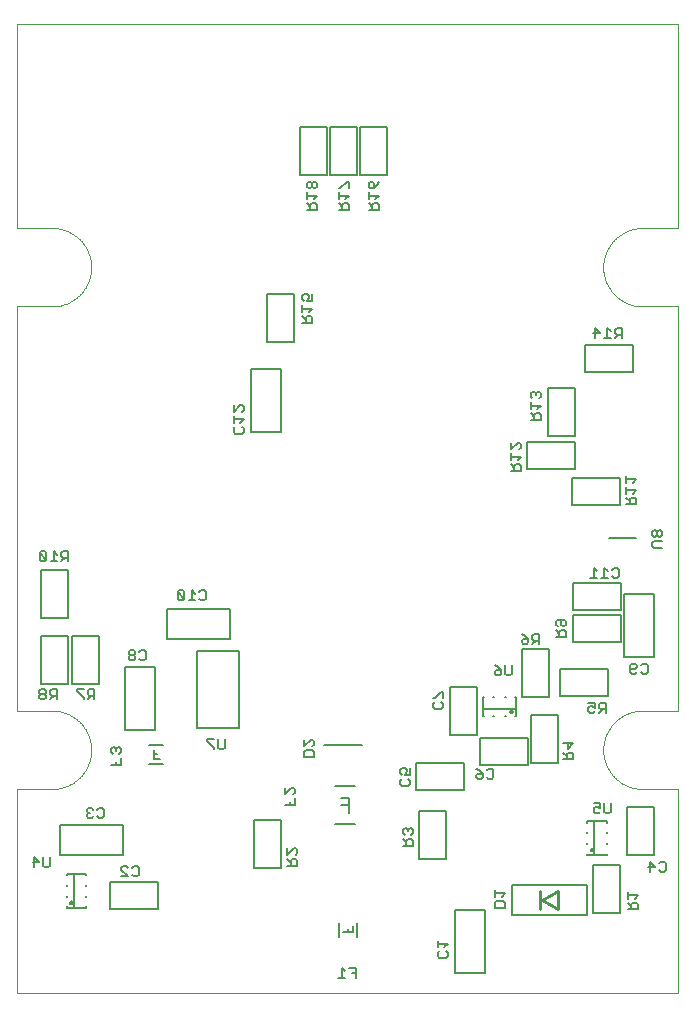
<source format=gbo>
G75*
%MOIN*%
%OFA0B0*%
%FSLAX25Y25*%
%IPPOS*%
%LPD*%
%AMOC8*
5,1,8,0,0,1.08239X$1,22.5*
%
%ADD10C,0.00000*%
%ADD11C,0.00591*%
%ADD12C,0.01000*%
%ADD13C,0.00600*%
%ADD14C,0.00800*%
%ADD15C,0.00500*%
%ADD16C,0.00787*%
D10*
X0001400Y0025558D02*
X0001400Y0093471D01*
X0013231Y0093471D01*
X0013549Y0093475D01*
X0013867Y0093487D01*
X0014185Y0093506D01*
X0014502Y0093533D01*
X0014819Y0093568D01*
X0015134Y0093610D01*
X0015448Y0093660D01*
X0015762Y0093718D01*
X0016073Y0093784D01*
X0016383Y0093857D01*
X0016691Y0093937D01*
X0016997Y0094025D01*
X0017300Y0094121D01*
X0017602Y0094223D01*
X0017900Y0094333D01*
X0018196Y0094451D01*
X0018489Y0094575D01*
X0018779Y0094707D01*
X0019066Y0094845D01*
X0019349Y0094991D01*
X0019628Y0095143D01*
X0019904Y0095303D01*
X0020176Y0095468D01*
X0020443Y0095641D01*
X0020706Y0095820D01*
X0020965Y0096005D01*
X0021220Y0096196D01*
X0021469Y0096394D01*
X0021714Y0096598D01*
X0021954Y0096807D01*
X0022188Y0097022D01*
X0022417Y0097243D01*
X0022641Y0097470D01*
X0022859Y0097702D01*
X0023071Y0097939D01*
X0023278Y0098181D01*
X0023479Y0098428D01*
X0023673Y0098680D01*
X0023862Y0098937D01*
X0024044Y0099198D01*
X0024219Y0099463D01*
X0024388Y0099733D01*
X0024551Y0100007D01*
X0024707Y0100284D01*
X0024856Y0100565D01*
X0024998Y0100850D01*
X0025133Y0101138D01*
X0025261Y0101430D01*
X0025382Y0101724D01*
X0025495Y0102022D01*
X0025602Y0102322D01*
X0025701Y0102624D01*
X0025793Y0102929D01*
X0025877Y0103236D01*
X0025954Y0103545D01*
X0026023Y0103856D01*
X0026085Y0104168D01*
X0026139Y0104482D01*
X0026185Y0104796D01*
X0026224Y0105112D01*
X0026255Y0105429D01*
X0026278Y0105747D01*
X0026293Y0106065D01*
X0026301Y0106383D01*
X0026301Y0106701D01*
X0026293Y0107019D01*
X0026278Y0107337D01*
X0026255Y0107655D01*
X0026224Y0107972D01*
X0026185Y0108288D01*
X0026139Y0108602D01*
X0026085Y0108916D01*
X0026023Y0109228D01*
X0025954Y0109539D01*
X0025877Y0109848D01*
X0025793Y0110155D01*
X0025701Y0110460D01*
X0025602Y0110762D01*
X0025495Y0111062D01*
X0025382Y0111360D01*
X0025261Y0111654D01*
X0025133Y0111946D01*
X0024998Y0112234D01*
X0024856Y0112519D01*
X0024707Y0112800D01*
X0024551Y0113078D01*
X0024388Y0113351D01*
X0024219Y0113621D01*
X0024044Y0113886D01*
X0023862Y0114147D01*
X0023673Y0114404D01*
X0023479Y0114656D01*
X0023278Y0114903D01*
X0023071Y0115145D01*
X0022859Y0115382D01*
X0022641Y0115614D01*
X0022417Y0115841D01*
X0022188Y0116062D01*
X0021954Y0116277D01*
X0021714Y0116486D01*
X0021469Y0116690D01*
X0021220Y0116888D01*
X0020965Y0117079D01*
X0020706Y0117264D01*
X0020443Y0117443D01*
X0020176Y0117616D01*
X0019904Y0117781D01*
X0019628Y0117941D01*
X0019349Y0118093D01*
X0019066Y0118239D01*
X0018779Y0118377D01*
X0018489Y0118509D01*
X0018196Y0118633D01*
X0017900Y0118751D01*
X0017602Y0118861D01*
X0017300Y0118963D01*
X0016997Y0119059D01*
X0016691Y0119147D01*
X0016383Y0119227D01*
X0016073Y0119300D01*
X0015762Y0119366D01*
X0015448Y0119424D01*
X0015134Y0119474D01*
X0014819Y0119516D01*
X0014502Y0119551D01*
X0014185Y0119578D01*
X0013867Y0119597D01*
X0013549Y0119609D01*
X0013231Y0119613D01*
X0001400Y0119613D01*
X0001400Y0254337D01*
X0013231Y0254337D01*
X0013549Y0254341D01*
X0013867Y0254353D01*
X0014185Y0254372D01*
X0014502Y0254399D01*
X0014819Y0254434D01*
X0015134Y0254476D01*
X0015448Y0254526D01*
X0015762Y0254584D01*
X0016073Y0254650D01*
X0016383Y0254723D01*
X0016691Y0254803D01*
X0016997Y0254891D01*
X0017300Y0254987D01*
X0017602Y0255089D01*
X0017900Y0255199D01*
X0018196Y0255317D01*
X0018489Y0255441D01*
X0018779Y0255573D01*
X0019066Y0255711D01*
X0019349Y0255857D01*
X0019628Y0256009D01*
X0019904Y0256169D01*
X0020176Y0256334D01*
X0020443Y0256507D01*
X0020706Y0256686D01*
X0020965Y0256871D01*
X0021220Y0257062D01*
X0021469Y0257260D01*
X0021714Y0257464D01*
X0021954Y0257673D01*
X0022188Y0257888D01*
X0022417Y0258109D01*
X0022641Y0258336D01*
X0022859Y0258568D01*
X0023071Y0258805D01*
X0023278Y0259047D01*
X0023479Y0259294D01*
X0023673Y0259546D01*
X0023862Y0259803D01*
X0024044Y0260064D01*
X0024219Y0260329D01*
X0024388Y0260599D01*
X0024551Y0260873D01*
X0024707Y0261150D01*
X0024856Y0261431D01*
X0024998Y0261716D01*
X0025133Y0262004D01*
X0025261Y0262296D01*
X0025382Y0262590D01*
X0025495Y0262888D01*
X0025602Y0263188D01*
X0025701Y0263490D01*
X0025793Y0263795D01*
X0025877Y0264102D01*
X0025954Y0264411D01*
X0026023Y0264722D01*
X0026085Y0265034D01*
X0026139Y0265348D01*
X0026185Y0265662D01*
X0026224Y0265978D01*
X0026255Y0266295D01*
X0026278Y0266613D01*
X0026293Y0266931D01*
X0026301Y0267249D01*
X0026301Y0267567D01*
X0026293Y0267885D01*
X0026278Y0268203D01*
X0026255Y0268521D01*
X0026224Y0268838D01*
X0026185Y0269154D01*
X0026139Y0269468D01*
X0026085Y0269782D01*
X0026023Y0270094D01*
X0025954Y0270405D01*
X0025877Y0270714D01*
X0025793Y0271021D01*
X0025701Y0271326D01*
X0025602Y0271628D01*
X0025495Y0271928D01*
X0025382Y0272226D01*
X0025261Y0272520D01*
X0025133Y0272812D01*
X0024998Y0273100D01*
X0024856Y0273385D01*
X0024707Y0273666D01*
X0024551Y0273944D01*
X0024388Y0274217D01*
X0024219Y0274487D01*
X0024044Y0274752D01*
X0023862Y0275013D01*
X0023673Y0275270D01*
X0023479Y0275522D01*
X0023278Y0275769D01*
X0023071Y0276011D01*
X0022859Y0276248D01*
X0022641Y0276480D01*
X0022417Y0276707D01*
X0022188Y0276928D01*
X0021954Y0277143D01*
X0021714Y0277352D01*
X0021469Y0277556D01*
X0021220Y0277754D01*
X0020965Y0277945D01*
X0020706Y0278130D01*
X0020443Y0278309D01*
X0020176Y0278482D01*
X0019904Y0278647D01*
X0019628Y0278807D01*
X0019349Y0278959D01*
X0019066Y0279105D01*
X0018779Y0279243D01*
X0018489Y0279375D01*
X0018196Y0279499D01*
X0017900Y0279617D01*
X0017602Y0279727D01*
X0017300Y0279829D01*
X0016997Y0279925D01*
X0016691Y0280013D01*
X0016383Y0280093D01*
X0016073Y0280166D01*
X0015762Y0280232D01*
X0015448Y0280290D01*
X0015134Y0280340D01*
X0014819Y0280382D01*
X0014502Y0280417D01*
X0014185Y0280444D01*
X0013867Y0280463D01*
X0013549Y0280475D01*
X0013231Y0280479D01*
X0001400Y0280479D01*
X0001400Y0348392D01*
X0221872Y0348392D01*
X0221872Y0280479D01*
X0210042Y0280479D01*
X0209724Y0280475D01*
X0209406Y0280463D01*
X0209088Y0280444D01*
X0208771Y0280417D01*
X0208454Y0280382D01*
X0208139Y0280340D01*
X0207825Y0280290D01*
X0207511Y0280232D01*
X0207200Y0280166D01*
X0206890Y0280093D01*
X0206582Y0280013D01*
X0206276Y0279925D01*
X0205973Y0279829D01*
X0205671Y0279727D01*
X0205373Y0279617D01*
X0205077Y0279499D01*
X0204784Y0279375D01*
X0204494Y0279243D01*
X0204207Y0279105D01*
X0203924Y0278959D01*
X0203645Y0278807D01*
X0203369Y0278647D01*
X0203097Y0278482D01*
X0202830Y0278309D01*
X0202567Y0278130D01*
X0202308Y0277945D01*
X0202053Y0277754D01*
X0201804Y0277556D01*
X0201559Y0277352D01*
X0201319Y0277143D01*
X0201085Y0276928D01*
X0200856Y0276707D01*
X0200632Y0276480D01*
X0200414Y0276248D01*
X0200202Y0276011D01*
X0199995Y0275769D01*
X0199794Y0275522D01*
X0199600Y0275270D01*
X0199411Y0275013D01*
X0199229Y0274752D01*
X0199054Y0274487D01*
X0198885Y0274217D01*
X0198722Y0273944D01*
X0198566Y0273666D01*
X0198417Y0273385D01*
X0198275Y0273100D01*
X0198140Y0272812D01*
X0198012Y0272520D01*
X0197891Y0272226D01*
X0197778Y0271928D01*
X0197671Y0271628D01*
X0197572Y0271326D01*
X0197480Y0271021D01*
X0197396Y0270714D01*
X0197319Y0270405D01*
X0197250Y0270094D01*
X0197188Y0269782D01*
X0197134Y0269468D01*
X0197088Y0269154D01*
X0197049Y0268838D01*
X0197018Y0268521D01*
X0196995Y0268203D01*
X0196980Y0267885D01*
X0196972Y0267567D01*
X0196972Y0267249D01*
X0196980Y0266931D01*
X0196995Y0266613D01*
X0197018Y0266295D01*
X0197049Y0265978D01*
X0197088Y0265662D01*
X0197134Y0265348D01*
X0197188Y0265034D01*
X0197250Y0264722D01*
X0197319Y0264411D01*
X0197396Y0264102D01*
X0197480Y0263795D01*
X0197572Y0263490D01*
X0197671Y0263188D01*
X0197778Y0262888D01*
X0197891Y0262590D01*
X0198012Y0262296D01*
X0198140Y0262004D01*
X0198275Y0261716D01*
X0198417Y0261431D01*
X0198566Y0261150D01*
X0198722Y0260872D01*
X0198885Y0260599D01*
X0199054Y0260329D01*
X0199229Y0260064D01*
X0199411Y0259803D01*
X0199600Y0259546D01*
X0199794Y0259294D01*
X0199995Y0259047D01*
X0200202Y0258805D01*
X0200414Y0258568D01*
X0200632Y0258336D01*
X0200856Y0258109D01*
X0201085Y0257888D01*
X0201319Y0257673D01*
X0201559Y0257464D01*
X0201804Y0257260D01*
X0202053Y0257062D01*
X0202308Y0256871D01*
X0202567Y0256686D01*
X0202830Y0256507D01*
X0203097Y0256334D01*
X0203369Y0256169D01*
X0203645Y0256009D01*
X0203924Y0255857D01*
X0204207Y0255711D01*
X0204494Y0255573D01*
X0204784Y0255441D01*
X0205077Y0255317D01*
X0205373Y0255199D01*
X0205671Y0255089D01*
X0205973Y0254987D01*
X0206276Y0254891D01*
X0206582Y0254803D01*
X0206890Y0254723D01*
X0207200Y0254650D01*
X0207511Y0254584D01*
X0207825Y0254526D01*
X0208139Y0254476D01*
X0208454Y0254434D01*
X0208771Y0254399D01*
X0209088Y0254372D01*
X0209406Y0254353D01*
X0209724Y0254341D01*
X0210042Y0254337D01*
X0221872Y0254337D01*
X0221872Y0119613D01*
X0210042Y0119613D01*
X0209724Y0119609D01*
X0209406Y0119597D01*
X0209088Y0119578D01*
X0208771Y0119551D01*
X0208454Y0119516D01*
X0208139Y0119474D01*
X0207825Y0119424D01*
X0207511Y0119366D01*
X0207200Y0119300D01*
X0206890Y0119227D01*
X0206582Y0119147D01*
X0206276Y0119059D01*
X0205973Y0118963D01*
X0205671Y0118861D01*
X0205373Y0118751D01*
X0205077Y0118633D01*
X0204784Y0118509D01*
X0204494Y0118377D01*
X0204207Y0118239D01*
X0203924Y0118093D01*
X0203645Y0117941D01*
X0203369Y0117781D01*
X0203097Y0117616D01*
X0202830Y0117443D01*
X0202567Y0117264D01*
X0202308Y0117079D01*
X0202053Y0116888D01*
X0201804Y0116690D01*
X0201559Y0116486D01*
X0201319Y0116277D01*
X0201085Y0116062D01*
X0200856Y0115841D01*
X0200632Y0115614D01*
X0200414Y0115382D01*
X0200202Y0115145D01*
X0199995Y0114903D01*
X0199794Y0114656D01*
X0199600Y0114404D01*
X0199411Y0114147D01*
X0199229Y0113886D01*
X0199054Y0113621D01*
X0198885Y0113351D01*
X0198722Y0113077D01*
X0198566Y0112800D01*
X0198417Y0112519D01*
X0198275Y0112234D01*
X0198140Y0111946D01*
X0198012Y0111654D01*
X0197891Y0111360D01*
X0197778Y0111062D01*
X0197671Y0110762D01*
X0197572Y0110460D01*
X0197480Y0110155D01*
X0197396Y0109848D01*
X0197319Y0109539D01*
X0197250Y0109228D01*
X0197188Y0108916D01*
X0197134Y0108602D01*
X0197088Y0108288D01*
X0197049Y0107972D01*
X0197018Y0107655D01*
X0196995Y0107337D01*
X0196980Y0107019D01*
X0196972Y0106701D01*
X0196972Y0106383D01*
X0196980Y0106065D01*
X0196995Y0105747D01*
X0197018Y0105429D01*
X0197049Y0105112D01*
X0197088Y0104796D01*
X0197134Y0104482D01*
X0197188Y0104168D01*
X0197250Y0103856D01*
X0197319Y0103545D01*
X0197396Y0103236D01*
X0197480Y0102929D01*
X0197572Y0102624D01*
X0197671Y0102322D01*
X0197778Y0102022D01*
X0197891Y0101724D01*
X0198012Y0101430D01*
X0198140Y0101138D01*
X0198275Y0100850D01*
X0198417Y0100565D01*
X0198566Y0100284D01*
X0198722Y0100006D01*
X0198885Y0099733D01*
X0199054Y0099463D01*
X0199229Y0099198D01*
X0199411Y0098937D01*
X0199600Y0098680D01*
X0199794Y0098428D01*
X0199995Y0098181D01*
X0200202Y0097939D01*
X0200414Y0097702D01*
X0200632Y0097470D01*
X0200856Y0097243D01*
X0201085Y0097022D01*
X0201319Y0096807D01*
X0201559Y0096598D01*
X0201804Y0096394D01*
X0202053Y0096196D01*
X0202308Y0096005D01*
X0202567Y0095820D01*
X0202830Y0095641D01*
X0203097Y0095468D01*
X0203369Y0095303D01*
X0203645Y0095143D01*
X0203924Y0094991D01*
X0204207Y0094845D01*
X0204494Y0094707D01*
X0204784Y0094575D01*
X0205077Y0094451D01*
X0205373Y0094333D01*
X0205671Y0094223D01*
X0205973Y0094121D01*
X0206276Y0094025D01*
X0206582Y0093937D01*
X0206890Y0093857D01*
X0207200Y0093784D01*
X0207511Y0093718D01*
X0207825Y0093660D01*
X0208139Y0093610D01*
X0208454Y0093568D01*
X0208771Y0093533D01*
X0209088Y0093506D01*
X0209406Y0093487D01*
X0209724Y0093475D01*
X0210042Y0093471D01*
X0221872Y0093471D01*
X0221872Y0025558D01*
X0001400Y0025558D01*
D11*
X0020400Y0054058D02*
X0020400Y0065058D01*
X0015900Y0071558D02*
X0015900Y0081558D01*
X0036900Y0081558D01*
X0036900Y0071558D01*
X0015900Y0071558D01*
X0032400Y0062558D02*
X0032400Y0053558D01*
X0048400Y0053558D01*
X0048400Y0062558D01*
X0032400Y0062558D01*
X0037400Y0113058D02*
X0047400Y0113058D01*
X0047400Y0134058D01*
X0037400Y0134058D01*
X0037400Y0113058D01*
X0028900Y0128558D02*
X0028900Y0144558D01*
X0019900Y0144558D01*
X0019900Y0128558D01*
X0028900Y0128558D01*
X0018400Y0128558D02*
X0018400Y0144558D01*
X0009400Y0144558D01*
X0009400Y0128558D01*
X0018400Y0128558D01*
X0018400Y0150558D02*
X0009400Y0150558D01*
X0009400Y0166558D01*
X0018400Y0166558D01*
X0018400Y0150558D01*
X0051400Y0153558D02*
X0051400Y0143558D01*
X0072400Y0143558D01*
X0072400Y0153558D01*
X0051400Y0153558D01*
X0079400Y0212558D02*
X0089400Y0212558D01*
X0089400Y0233558D01*
X0079400Y0233558D01*
X0079400Y0212558D01*
X0084900Y0242558D02*
X0084900Y0258558D01*
X0093900Y0258558D01*
X0093900Y0242558D01*
X0084900Y0242558D01*
X0095900Y0298058D02*
X0104900Y0298058D01*
X0104900Y0314058D01*
X0095900Y0314058D01*
X0095900Y0298058D01*
X0105900Y0298058D02*
X0105900Y0314058D01*
X0114900Y0314058D01*
X0114900Y0298058D01*
X0105900Y0298058D01*
X0115900Y0298058D02*
X0124900Y0298058D01*
X0124900Y0314058D01*
X0115900Y0314058D01*
X0115900Y0298058D01*
X0171400Y0209058D02*
X0171400Y0200058D01*
X0187400Y0200058D01*
X0187400Y0209058D01*
X0171400Y0209058D01*
X0178400Y0211058D02*
X0178400Y0227058D01*
X0187400Y0227058D01*
X0187400Y0211058D01*
X0178400Y0211058D01*
X0186400Y0197058D02*
X0202400Y0197058D01*
X0202400Y0188058D01*
X0186400Y0188058D01*
X0186400Y0197058D01*
X0198900Y0177058D02*
X0207900Y0177058D01*
X0202900Y0162058D02*
X0202900Y0153058D01*
X0186900Y0153058D01*
X0186900Y0162058D01*
X0202900Y0162058D01*
X0203900Y0158558D02*
X0203900Y0137558D01*
X0213900Y0137558D01*
X0213900Y0158558D01*
X0203900Y0158558D01*
X0202900Y0151558D02*
X0202900Y0142558D01*
X0186900Y0142558D01*
X0186900Y0151558D01*
X0202900Y0151558D01*
X0198400Y0133558D02*
X0182400Y0133558D01*
X0182400Y0124558D01*
X0198400Y0124558D01*
X0198400Y0133558D01*
X0181900Y0118058D02*
X0181900Y0102058D01*
X0172900Y0102058D01*
X0172900Y0118058D01*
X0181900Y0118058D01*
X0178900Y0124058D02*
X0178900Y0140058D01*
X0169900Y0140058D01*
X0169900Y0124058D01*
X0178900Y0124058D01*
X0171900Y0110558D02*
X0171900Y0101558D01*
X0155900Y0101558D01*
X0155900Y0110558D01*
X0171900Y0110558D01*
X0167900Y0120058D02*
X0156900Y0120058D01*
X0154900Y0127558D02*
X0154900Y0111558D01*
X0145900Y0111558D01*
X0145900Y0127558D01*
X0154900Y0127558D01*
X0150400Y0102058D02*
X0150400Y0093058D01*
X0134400Y0093058D01*
X0134400Y0102058D01*
X0150400Y0102058D01*
X0144400Y0086058D02*
X0144400Y0070058D01*
X0135400Y0070058D01*
X0135400Y0086058D01*
X0144400Y0086058D01*
X0147400Y0053058D02*
X0147400Y0032058D01*
X0157400Y0032058D01*
X0157400Y0053058D01*
X0147400Y0053058D01*
X0166400Y0051558D02*
X0166400Y0061558D01*
X0191400Y0061558D01*
X0191400Y0051558D01*
X0166400Y0051558D01*
X0193400Y0052058D02*
X0202400Y0052058D01*
X0202400Y0068058D01*
X0193400Y0068058D01*
X0193400Y0052058D01*
X0193900Y0071558D02*
X0193900Y0082558D01*
X0204900Y0087558D02*
X0204900Y0071558D01*
X0213900Y0071558D01*
X0213900Y0087558D01*
X0204900Y0087558D01*
X0206900Y0232558D02*
X0190900Y0232558D01*
X0190900Y0241558D01*
X0206900Y0241558D01*
X0206900Y0232558D01*
X0116400Y0108058D02*
X0103900Y0108058D01*
X0089400Y0083058D02*
X0089400Y0067058D01*
X0080400Y0067058D01*
X0080400Y0083058D01*
X0089400Y0083058D01*
D12*
X0175900Y0059558D02*
X0175900Y0053558D01*
X0176400Y0056558D02*
X0181900Y0053558D01*
X0181900Y0059558D01*
X0176400Y0056558D01*
D13*
X0164166Y0055608D02*
X0164166Y0053938D01*
X0160826Y0053938D01*
X0160826Y0055608D01*
X0161383Y0056165D01*
X0163609Y0056165D01*
X0164166Y0055608D01*
X0163053Y0057563D02*
X0164166Y0058677D01*
X0160826Y0058677D01*
X0160826Y0059790D02*
X0160826Y0057563D01*
X0145103Y0041846D02*
X0141763Y0041846D01*
X0141763Y0040733D02*
X0141763Y0042959D01*
X0143990Y0040733D02*
X0145103Y0041846D01*
X0144546Y0039334D02*
X0145103Y0038777D01*
X0145103Y0037664D01*
X0144546Y0037107D01*
X0142320Y0037107D01*
X0141763Y0037664D01*
X0141763Y0038777D01*
X0142320Y0039334D01*
X0133603Y0074607D02*
X0130263Y0074607D01*
X0131376Y0074607D02*
X0131376Y0076277D01*
X0131933Y0076834D01*
X0133046Y0076834D01*
X0133603Y0076277D01*
X0133603Y0074607D01*
X0131376Y0075721D02*
X0130263Y0076834D01*
X0130820Y0078233D02*
X0130263Y0078789D01*
X0130263Y0079903D01*
X0130820Y0080459D01*
X0131376Y0080459D01*
X0131933Y0079903D01*
X0131933Y0079346D01*
X0131933Y0079903D02*
X0132490Y0080459D01*
X0133046Y0080459D01*
X0133603Y0079903D01*
X0133603Y0078789D01*
X0133046Y0078233D01*
X0132046Y0094607D02*
X0129820Y0094607D01*
X0129263Y0095164D01*
X0129263Y0096277D01*
X0129820Y0096834D01*
X0129820Y0098233D02*
X0129263Y0098789D01*
X0129263Y0099903D01*
X0129820Y0100459D01*
X0130933Y0100459D01*
X0131490Y0099903D01*
X0131490Y0099346D01*
X0130933Y0098233D01*
X0132603Y0098233D01*
X0132603Y0100459D01*
X0132046Y0096834D02*
X0132603Y0096277D01*
X0132603Y0095164D01*
X0132046Y0094607D01*
X0140820Y0120107D02*
X0140263Y0120664D01*
X0140263Y0121777D01*
X0140820Y0122334D01*
X0140820Y0123733D02*
X0140263Y0123733D01*
X0140820Y0123733D02*
X0143046Y0125959D01*
X0143603Y0125959D01*
X0143603Y0123733D01*
X0143046Y0122334D02*
X0143603Y0121777D01*
X0143603Y0120664D01*
X0143046Y0120107D01*
X0140820Y0120107D01*
X0154499Y0100261D02*
X0155612Y0099704D01*
X0156725Y0098591D01*
X0155055Y0098591D01*
X0154499Y0098034D01*
X0154499Y0097477D01*
X0155055Y0096921D01*
X0156169Y0096921D01*
X0156725Y0097477D01*
X0156725Y0098591D01*
X0158124Y0099704D02*
X0158680Y0100261D01*
X0159794Y0100261D01*
X0160350Y0099704D01*
X0160350Y0097477D01*
X0159794Y0096921D01*
X0158680Y0096921D01*
X0158124Y0097477D01*
X0157172Y0117869D02*
X0156802Y0117869D01*
X0156802Y0124247D01*
X0157172Y0124247D01*
X0160345Y0124247D02*
X0160715Y0124247D01*
X0160715Y0117869D02*
X0160345Y0117869D01*
X0164085Y0117869D02*
X0164455Y0117869D01*
X0165943Y0119286D02*
X0165945Y0119325D01*
X0165951Y0119364D01*
X0165961Y0119402D01*
X0165974Y0119439D01*
X0165991Y0119474D01*
X0166011Y0119508D01*
X0166035Y0119539D01*
X0166062Y0119568D01*
X0166091Y0119594D01*
X0166123Y0119617D01*
X0166157Y0119637D01*
X0166193Y0119653D01*
X0166230Y0119665D01*
X0166269Y0119674D01*
X0166308Y0119679D01*
X0166347Y0119680D01*
X0166386Y0119677D01*
X0166425Y0119670D01*
X0166462Y0119659D01*
X0166499Y0119645D01*
X0166534Y0119627D01*
X0166567Y0119606D01*
X0166598Y0119581D01*
X0166626Y0119554D01*
X0166651Y0119524D01*
X0166673Y0119491D01*
X0166692Y0119457D01*
X0166707Y0119421D01*
X0166719Y0119383D01*
X0166727Y0119345D01*
X0166731Y0119306D01*
X0166731Y0119266D01*
X0166727Y0119227D01*
X0166719Y0119189D01*
X0166707Y0119151D01*
X0166692Y0119115D01*
X0166673Y0119081D01*
X0166651Y0119048D01*
X0166626Y0119018D01*
X0166598Y0118991D01*
X0166567Y0118966D01*
X0166534Y0118945D01*
X0166499Y0118927D01*
X0166462Y0118913D01*
X0166425Y0118902D01*
X0166386Y0118895D01*
X0166347Y0118892D01*
X0166308Y0118893D01*
X0166269Y0118898D01*
X0166230Y0118907D01*
X0166193Y0118919D01*
X0166157Y0118935D01*
X0166123Y0118955D01*
X0166091Y0118978D01*
X0166062Y0119004D01*
X0166035Y0119033D01*
X0166011Y0119064D01*
X0165991Y0119098D01*
X0165974Y0119133D01*
X0165961Y0119170D01*
X0165951Y0119208D01*
X0165945Y0119247D01*
X0165943Y0119286D01*
X0167628Y0117869D02*
X0167998Y0117869D01*
X0167998Y0124247D01*
X0167628Y0124247D01*
X0164455Y0124247D02*
X0164085Y0124247D01*
X0164930Y0131358D02*
X0164373Y0131914D01*
X0164373Y0134698D01*
X0162975Y0133028D02*
X0161305Y0133028D01*
X0160748Y0132471D01*
X0160748Y0131914D01*
X0161305Y0131358D01*
X0162418Y0131358D01*
X0162975Y0131914D01*
X0162975Y0133028D01*
X0161862Y0134141D01*
X0160748Y0134698D01*
X0164930Y0131358D02*
X0166043Y0131358D01*
X0166600Y0131914D01*
X0166600Y0134698D01*
X0170305Y0141858D02*
X0169748Y0142414D01*
X0169748Y0142971D01*
X0170305Y0143528D01*
X0171975Y0143528D01*
X0171975Y0142414D01*
X0171418Y0141858D01*
X0170305Y0141858D01*
X0171975Y0143528D02*
X0170862Y0144641D01*
X0169748Y0145198D01*
X0173373Y0144641D02*
X0173373Y0143528D01*
X0173930Y0142971D01*
X0175600Y0142971D01*
X0175600Y0141858D02*
X0175600Y0145198D01*
X0173930Y0145198D01*
X0173373Y0144641D01*
X0174487Y0142971D02*
X0173373Y0141858D01*
X0181263Y0144107D02*
X0184603Y0144107D01*
X0184603Y0145777D01*
X0184046Y0146334D01*
X0182933Y0146334D01*
X0182376Y0145777D01*
X0182376Y0144107D01*
X0182376Y0145221D02*
X0181263Y0146334D01*
X0181820Y0147733D02*
X0181263Y0148289D01*
X0181263Y0149403D01*
X0181820Y0149959D01*
X0184046Y0149959D01*
X0184603Y0149403D01*
X0184603Y0148289D01*
X0184046Y0147733D01*
X0183490Y0147733D01*
X0182933Y0148289D01*
X0182933Y0149959D01*
X0192623Y0163858D02*
X0194850Y0163858D01*
X0193736Y0163858D02*
X0193736Y0167198D01*
X0194850Y0166084D01*
X0196248Y0163858D02*
X0198475Y0163858D01*
X0197362Y0163858D02*
X0197362Y0167198D01*
X0198475Y0166084D01*
X0199873Y0166641D02*
X0200430Y0167198D01*
X0201543Y0167198D01*
X0202100Y0166641D01*
X0202100Y0164414D01*
X0201543Y0163858D01*
X0200430Y0163858D01*
X0199873Y0164414D01*
X0213200Y0174414D02*
X0213200Y0175528D01*
X0213757Y0176084D01*
X0216540Y0176084D01*
X0215983Y0177483D02*
X0216540Y0178040D01*
X0216540Y0179153D01*
X0215983Y0179709D01*
X0215427Y0179709D01*
X0214870Y0179153D01*
X0214870Y0178040D01*
X0215427Y0177483D01*
X0215983Y0177483D01*
X0214870Y0178040D02*
X0214313Y0177483D01*
X0213757Y0177483D01*
X0213200Y0178040D01*
X0213200Y0179153D01*
X0213757Y0179709D01*
X0214313Y0179709D01*
X0214870Y0179153D01*
X0213200Y0174414D02*
X0213757Y0173858D01*
X0216540Y0173858D01*
X0208040Y0188358D02*
X0208040Y0190028D01*
X0207483Y0190584D01*
X0206370Y0190584D01*
X0205813Y0190028D01*
X0205813Y0188358D01*
X0204700Y0188358D02*
X0208040Y0188358D01*
X0205813Y0189471D02*
X0204700Y0190584D01*
X0204700Y0191983D02*
X0204700Y0194209D01*
X0204700Y0193096D02*
X0208040Y0193096D01*
X0206927Y0191983D01*
X0206927Y0195608D02*
X0208040Y0196721D01*
X0204700Y0196721D01*
X0204700Y0195608D02*
X0204700Y0197835D01*
X0203100Y0243858D02*
X0203100Y0247198D01*
X0201430Y0247198D01*
X0200873Y0246641D01*
X0200873Y0245528D01*
X0201430Y0244971D01*
X0203100Y0244971D01*
X0201987Y0244971D02*
X0200873Y0243858D01*
X0199475Y0243858D02*
X0197248Y0243858D01*
X0198362Y0243858D02*
X0198362Y0247198D01*
X0199475Y0246084D01*
X0195850Y0245528D02*
X0193623Y0245528D01*
X0194180Y0247198D02*
X0195850Y0245528D01*
X0194180Y0243858D02*
X0194180Y0247198D01*
X0175546Y0225959D02*
X0174990Y0225959D01*
X0174433Y0225403D01*
X0173876Y0225959D01*
X0173320Y0225959D01*
X0172763Y0225403D01*
X0172763Y0224289D01*
X0173320Y0223733D01*
X0172763Y0222334D02*
X0172763Y0220107D01*
X0172763Y0221221D02*
X0176103Y0221221D01*
X0174990Y0220107D01*
X0175546Y0218709D02*
X0174433Y0218709D01*
X0173876Y0218152D01*
X0173876Y0216482D01*
X0172763Y0216482D02*
X0176103Y0216482D01*
X0176103Y0218152D01*
X0175546Y0218709D01*
X0173876Y0217596D02*
X0172763Y0218709D01*
X0175546Y0223733D02*
X0176103Y0224289D01*
X0176103Y0225403D01*
X0175546Y0225959D01*
X0174433Y0225403D02*
X0174433Y0224846D01*
X0169046Y0208959D02*
X0168490Y0208959D01*
X0166263Y0206733D01*
X0166263Y0208959D01*
X0169046Y0208959D02*
X0169603Y0208403D01*
X0169603Y0207289D01*
X0169046Y0206733D01*
X0169603Y0204221D02*
X0166263Y0204221D01*
X0166263Y0205334D02*
X0166263Y0203107D01*
X0166263Y0201709D02*
X0167376Y0200596D01*
X0167376Y0201152D02*
X0167376Y0199482D01*
X0166263Y0199482D02*
X0169603Y0199482D01*
X0169603Y0201152D01*
X0169046Y0201709D01*
X0167933Y0201709D01*
X0167376Y0201152D01*
X0168490Y0203107D02*
X0169603Y0204221D01*
X0206555Y0135261D02*
X0207669Y0135261D01*
X0208225Y0134704D01*
X0208225Y0134147D01*
X0207669Y0133591D01*
X0205999Y0133591D01*
X0205999Y0134704D02*
X0206555Y0135261D01*
X0205999Y0134704D02*
X0205999Y0132477D01*
X0206555Y0131921D01*
X0207669Y0131921D01*
X0208225Y0132477D01*
X0209624Y0132477D02*
X0210180Y0131921D01*
X0211294Y0131921D01*
X0211850Y0132477D01*
X0211850Y0134704D01*
X0211294Y0135261D01*
X0210180Y0135261D01*
X0209624Y0134704D01*
X0197850Y0122261D02*
X0197850Y0118921D01*
X0197850Y0120034D02*
X0196180Y0120034D01*
X0195624Y0120591D01*
X0195624Y0121704D01*
X0196180Y0122261D01*
X0197850Y0122261D01*
X0196737Y0120034D02*
X0195624Y0118921D01*
X0194225Y0119477D02*
X0193669Y0118921D01*
X0192555Y0118921D01*
X0191999Y0119477D01*
X0191999Y0120591D01*
X0192555Y0121147D01*
X0193112Y0121147D01*
X0194225Y0120591D01*
X0194225Y0122261D01*
X0191999Y0122261D01*
X0187040Y0108653D02*
X0183700Y0108653D01*
X0185370Y0109209D02*
X0185370Y0106983D01*
X0187040Y0108653D01*
X0186483Y0105584D02*
X0185370Y0105584D01*
X0184813Y0105028D01*
X0184813Y0103358D01*
X0183700Y0103358D02*
X0187040Y0103358D01*
X0187040Y0105028D01*
X0186483Y0105584D01*
X0184813Y0104471D02*
X0183700Y0105584D01*
X0193748Y0088698D02*
X0195975Y0088698D01*
X0195975Y0087028D01*
X0194862Y0087584D01*
X0194305Y0087584D01*
X0193748Y0087028D01*
X0193748Y0085914D01*
X0194305Y0085358D01*
X0195418Y0085358D01*
X0195975Y0085914D01*
X0197373Y0085914D02*
X0197373Y0088698D01*
X0199600Y0088698D02*
X0199600Y0085914D01*
X0199043Y0085358D01*
X0197930Y0085358D01*
X0197373Y0085914D01*
X0198089Y0082656D02*
X0198089Y0082286D01*
X0198089Y0082656D02*
X0191711Y0082656D01*
X0191711Y0082286D01*
X0191711Y0079113D02*
X0191711Y0078743D01*
X0191711Y0075373D02*
X0191711Y0075003D01*
X0192734Y0073121D02*
X0192736Y0073160D01*
X0192742Y0073199D01*
X0192752Y0073237D01*
X0192765Y0073274D01*
X0192782Y0073309D01*
X0192802Y0073343D01*
X0192826Y0073374D01*
X0192853Y0073403D01*
X0192882Y0073429D01*
X0192914Y0073452D01*
X0192948Y0073472D01*
X0192984Y0073488D01*
X0193021Y0073500D01*
X0193060Y0073509D01*
X0193099Y0073514D01*
X0193138Y0073515D01*
X0193177Y0073512D01*
X0193216Y0073505D01*
X0193253Y0073494D01*
X0193290Y0073480D01*
X0193325Y0073462D01*
X0193358Y0073441D01*
X0193389Y0073416D01*
X0193417Y0073389D01*
X0193442Y0073359D01*
X0193464Y0073326D01*
X0193483Y0073292D01*
X0193498Y0073256D01*
X0193510Y0073218D01*
X0193518Y0073180D01*
X0193522Y0073141D01*
X0193522Y0073101D01*
X0193518Y0073062D01*
X0193510Y0073024D01*
X0193498Y0072986D01*
X0193483Y0072950D01*
X0193464Y0072916D01*
X0193442Y0072883D01*
X0193417Y0072853D01*
X0193389Y0072826D01*
X0193358Y0072801D01*
X0193325Y0072780D01*
X0193290Y0072762D01*
X0193253Y0072748D01*
X0193216Y0072737D01*
X0193177Y0072730D01*
X0193138Y0072727D01*
X0193099Y0072728D01*
X0193060Y0072733D01*
X0193021Y0072742D01*
X0192984Y0072754D01*
X0192948Y0072770D01*
X0192914Y0072790D01*
X0192882Y0072813D01*
X0192853Y0072839D01*
X0192826Y0072868D01*
X0192802Y0072899D01*
X0192782Y0072933D01*
X0192765Y0072968D01*
X0192752Y0073005D01*
X0192742Y0073043D01*
X0192736Y0073082D01*
X0192734Y0073121D01*
X0191711Y0071829D02*
X0191711Y0071459D01*
X0198089Y0071459D01*
X0198089Y0071829D01*
X0198089Y0075003D02*
X0198089Y0075373D01*
X0198089Y0078743D02*
X0198089Y0079113D01*
X0205200Y0059209D02*
X0205200Y0056983D01*
X0205200Y0058096D02*
X0208540Y0058096D01*
X0207427Y0056983D01*
X0207983Y0055584D02*
X0206870Y0055584D01*
X0206313Y0055028D01*
X0206313Y0053358D01*
X0205200Y0053358D02*
X0208540Y0053358D01*
X0208540Y0055028D01*
X0207983Y0055584D01*
X0206313Y0054471D02*
X0205200Y0055584D01*
X0212555Y0065921D02*
X0212555Y0069261D01*
X0214225Y0067591D01*
X0211999Y0067591D01*
X0215624Y0068704D02*
X0216180Y0069261D01*
X0217294Y0069261D01*
X0217850Y0068704D01*
X0217850Y0066477D01*
X0217294Y0065921D01*
X0216180Y0065921D01*
X0215624Y0066477D01*
X0114476Y0033855D02*
X0114476Y0030515D01*
X0114476Y0032185D02*
X0113363Y0032185D01*
X0114476Y0033855D02*
X0112250Y0033855D01*
X0110851Y0032742D02*
X0109738Y0033855D01*
X0109738Y0030515D01*
X0110851Y0030515D02*
X0108625Y0030515D01*
X0095040Y0067858D02*
X0091700Y0067858D01*
X0092813Y0067858D02*
X0092813Y0069528D01*
X0093370Y0070084D01*
X0094483Y0070084D01*
X0095040Y0069528D01*
X0095040Y0067858D01*
X0092813Y0068971D02*
X0091700Y0070084D01*
X0091700Y0071483D02*
X0093927Y0073709D01*
X0094483Y0073709D01*
X0095040Y0073153D01*
X0095040Y0072040D01*
X0094483Y0071483D01*
X0091700Y0071483D02*
X0091700Y0073709D01*
X0092433Y0088107D02*
X0092433Y0089221D01*
X0094103Y0090334D02*
X0094103Y0088107D01*
X0090763Y0088107D01*
X0090763Y0091733D02*
X0092990Y0093959D01*
X0093546Y0093959D01*
X0094103Y0093403D01*
X0094103Y0092289D01*
X0093546Y0091733D01*
X0090763Y0091733D02*
X0090763Y0093959D01*
X0097263Y0104107D02*
X0097263Y0105777D01*
X0097820Y0106334D01*
X0100046Y0106334D01*
X0100603Y0105777D01*
X0100603Y0104107D01*
X0097263Y0104107D01*
X0097263Y0107733D02*
X0099490Y0109959D01*
X0100046Y0109959D01*
X0100603Y0109403D01*
X0100603Y0108289D01*
X0100046Y0107733D01*
X0097263Y0107733D02*
X0097263Y0109959D01*
X0070850Y0110061D02*
X0070850Y0107277D01*
X0070294Y0106721D01*
X0069180Y0106721D01*
X0068624Y0107277D01*
X0068624Y0110061D01*
X0067225Y0110061D02*
X0064999Y0110061D01*
X0064999Y0109504D01*
X0067225Y0107277D01*
X0067225Y0106721D01*
X0044043Y0136358D02*
X0042930Y0136358D01*
X0042373Y0136914D01*
X0040975Y0136914D02*
X0040975Y0137471D01*
X0040418Y0138028D01*
X0039305Y0138028D01*
X0038748Y0137471D01*
X0038748Y0136914D01*
X0039305Y0136358D01*
X0040418Y0136358D01*
X0040975Y0136914D01*
X0040418Y0138028D02*
X0040975Y0138584D01*
X0040975Y0139141D01*
X0040418Y0139698D01*
X0039305Y0139698D01*
X0038748Y0139141D01*
X0038748Y0138584D01*
X0039305Y0138028D01*
X0042373Y0139141D02*
X0042930Y0139698D01*
X0044043Y0139698D01*
X0044600Y0139141D01*
X0044600Y0136914D01*
X0044043Y0136358D01*
X0055680Y0156358D02*
X0055123Y0156914D01*
X0055123Y0159141D01*
X0057350Y0156914D01*
X0056793Y0156358D01*
X0055680Y0156358D01*
X0057350Y0156914D02*
X0057350Y0159141D01*
X0056793Y0159698D01*
X0055680Y0159698D01*
X0055123Y0159141D01*
X0058748Y0156358D02*
X0060975Y0156358D01*
X0059862Y0156358D02*
X0059862Y0159698D01*
X0060975Y0158584D01*
X0062373Y0159141D02*
X0062930Y0159698D01*
X0064043Y0159698D01*
X0064600Y0159141D01*
X0064600Y0156914D01*
X0064043Y0156358D01*
X0062930Y0156358D01*
X0062373Y0156914D01*
X0035641Y0107333D02*
X0035084Y0107333D01*
X0034527Y0106777D01*
X0033971Y0107333D01*
X0033414Y0107333D01*
X0032857Y0106777D01*
X0032857Y0105663D01*
X0033414Y0105107D01*
X0034527Y0106220D02*
X0034527Y0106777D01*
X0035641Y0107333D02*
X0036197Y0106777D01*
X0036197Y0105663D01*
X0035641Y0105107D01*
X0036197Y0103708D02*
X0036197Y0101481D01*
X0032857Y0101481D01*
X0034527Y0101481D02*
X0034527Y0102595D01*
X0030043Y0087198D02*
X0028930Y0087198D01*
X0028373Y0086641D01*
X0026975Y0086641D02*
X0026418Y0087198D01*
X0025305Y0087198D01*
X0024748Y0086641D01*
X0024748Y0086084D01*
X0025305Y0085528D01*
X0024748Y0084971D01*
X0024748Y0084414D01*
X0025305Y0083858D01*
X0026418Y0083858D01*
X0026975Y0084414D01*
X0028373Y0084414D02*
X0028930Y0083858D01*
X0030043Y0083858D01*
X0030600Y0084414D01*
X0030600Y0086641D01*
X0030043Y0087198D01*
X0025862Y0085528D02*
X0025305Y0085528D01*
X0036805Y0067698D02*
X0037918Y0067698D01*
X0038475Y0067141D01*
X0039873Y0067141D02*
X0040430Y0067698D01*
X0041543Y0067698D01*
X0042100Y0067141D01*
X0042100Y0064914D01*
X0041543Y0064358D01*
X0040430Y0064358D01*
X0039873Y0064914D01*
X0038475Y0064358D02*
X0036248Y0066584D01*
X0036248Y0067141D01*
X0036805Y0067698D01*
X0036248Y0064358D02*
X0038475Y0064358D01*
X0024589Y0064786D02*
X0024589Y0065156D01*
X0018211Y0065156D01*
X0018211Y0064786D01*
X0018211Y0061613D02*
X0018211Y0061243D01*
X0018211Y0057873D02*
X0018211Y0057503D01*
X0019234Y0055621D02*
X0019236Y0055660D01*
X0019242Y0055699D01*
X0019252Y0055737D01*
X0019265Y0055774D01*
X0019282Y0055809D01*
X0019302Y0055843D01*
X0019326Y0055874D01*
X0019353Y0055903D01*
X0019382Y0055929D01*
X0019414Y0055952D01*
X0019448Y0055972D01*
X0019484Y0055988D01*
X0019521Y0056000D01*
X0019560Y0056009D01*
X0019599Y0056014D01*
X0019638Y0056015D01*
X0019677Y0056012D01*
X0019716Y0056005D01*
X0019753Y0055994D01*
X0019790Y0055980D01*
X0019825Y0055962D01*
X0019858Y0055941D01*
X0019889Y0055916D01*
X0019917Y0055889D01*
X0019942Y0055859D01*
X0019964Y0055826D01*
X0019983Y0055792D01*
X0019998Y0055756D01*
X0020010Y0055718D01*
X0020018Y0055680D01*
X0020022Y0055641D01*
X0020022Y0055601D01*
X0020018Y0055562D01*
X0020010Y0055524D01*
X0019998Y0055486D01*
X0019983Y0055450D01*
X0019964Y0055416D01*
X0019942Y0055383D01*
X0019917Y0055353D01*
X0019889Y0055326D01*
X0019858Y0055301D01*
X0019825Y0055280D01*
X0019790Y0055262D01*
X0019753Y0055248D01*
X0019716Y0055237D01*
X0019677Y0055230D01*
X0019638Y0055227D01*
X0019599Y0055228D01*
X0019560Y0055233D01*
X0019521Y0055242D01*
X0019484Y0055254D01*
X0019448Y0055270D01*
X0019414Y0055290D01*
X0019382Y0055313D01*
X0019353Y0055339D01*
X0019326Y0055368D01*
X0019302Y0055399D01*
X0019282Y0055433D01*
X0019265Y0055468D01*
X0019252Y0055505D01*
X0019242Y0055543D01*
X0019236Y0055582D01*
X0019234Y0055621D01*
X0018211Y0054329D02*
X0018211Y0053959D01*
X0024589Y0053959D01*
X0024589Y0054329D01*
X0024589Y0057503D02*
X0024589Y0057873D01*
X0024589Y0061243D02*
X0024589Y0061613D01*
X0012600Y0067914D02*
X0012043Y0067358D01*
X0010930Y0067358D01*
X0010373Y0067914D01*
X0010373Y0070698D01*
X0008975Y0069028D02*
X0006748Y0069028D01*
X0007305Y0067358D02*
X0007305Y0070698D01*
X0008975Y0069028D01*
X0012600Y0067914D02*
X0012600Y0070698D01*
X0012624Y0123421D02*
X0013737Y0124534D01*
X0013180Y0124534D02*
X0014850Y0124534D01*
X0014850Y0123421D02*
X0014850Y0126761D01*
X0013180Y0126761D01*
X0012624Y0126204D01*
X0012624Y0125091D01*
X0013180Y0124534D01*
X0011225Y0124534D02*
X0010669Y0125091D01*
X0009555Y0125091D01*
X0008999Y0124534D01*
X0008999Y0123977D01*
X0009555Y0123421D01*
X0010669Y0123421D01*
X0011225Y0123977D01*
X0011225Y0124534D01*
X0010669Y0125091D02*
X0011225Y0125647D01*
X0011225Y0126204D01*
X0010669Y0126761D01*
X0009555Y0126761D01*
X0008999Y0126204D01*
X0008999Y0125647D01*
X0009555Y0125091D01*
X0021499Y0126204D02*
X0023725Y0123977D01*
X0023725Y0123421D01*
X0025124Y0123421D02*
X0026237Y0124534D01*
X0025680Y0124534D02*
X0027350Y0124534D01*
X0027350Y0123421D02*
X0027350Y0126761D01*
X0025680Y0126761D01*
X0025124Y0126204D01*
X0025124Y0125091D01*
X0025680Y0124534D01*
X0023725Y0126761D02*
X0021499Y0126761D01*
X0021499Y0126204D01*
X0018600Y0169358D02*
X0018600Y0172698D01*
X0016930Y0172698D01*
X0016373Y0172141D01*
X0016373Y0171028D01*
X0016930Y0170471D01*
X0018600Y0170471D01*
X0017487Y0170471D02*
X0016373Y0169358D01*
X0014975Y0169358D02*
X0012748Y0169358D01*
X0013862Y0169358D02*
X0013862Y0172698D01*
X0014975Y0171584D01*
X0011350Y0172141D02*
X0010793Y0172698D01*
X0009680Y0172698D01*
X0009123Y0172141D01*
X0011350Y0169914D01*
X0010793Y0169358D01*
X0009680Y0169358D01*
X0009123Y0169914D01*
X0009123Y0172141D01*
X0011350Y0172141D02*
X0011350Y0169914D01*
X0073763Y0212539D02*
X0073763Y0213652D01*
X0074320Y0214209D01*
X0073763Y0215607D02*
X0073763Y0217834D01*
X0073763Y0216721D02*
X0077103Y0216721D01*
X0075990Y0215607D01*
X0076546Y0214209D02*
X0077103Y0213652D01*
X0077103Y0212539D01*
X0076546Y0211982D01*
X0074320Y0211982D01*
X0073763Y0212539D01*
X0073763Y0219233D02*
X0075990Y0221459D01*
X0076546Y0221459D01*
X0077103Y0220903D01*
X0077103Y0219789D01*
X0076546Y0219233D01*
X0073763Y0219233D02*
X0073763Y0221459D01*
X0096700Y0248858D02*
X0100040Y0248858D01*
X0100040Y0250528D01*
X0099483Y0251084D01*
X0098370Y0251084D01*
X0097813Y0250528D01*
X0097813Y0248858D01*
X0097813Y0249971D02*
X0096700Y0251084D01*
X0096700Y0252483D02*
X0096700Y0254709D01*
X0096700Y0253596D02*
X0100040Y0253596D01*
X0098927Y0252483D01*
X0098370Y0256108D02*
X0098927Y0257221D01*
X0098927Y0257778D01*
X0098370Y0258335D01*
X0097257Y0258335D01*
X0096700Y0257778D01*
X0096700Y0256665D01*
X0097257Y0256108D01*
X0098370Y0256108D02*
X0100040Y0256108D01*
X0100040Y0258335D01*
X0099376Y0286482D02*
X0099376Y0288152D01*
X0099933Y0288709D01*
X0101046Y0288709D01*
X0101603Y0288152D01*
X0101603Y0286482D01*
X0098263Y0286482D01*
X0099376Y0287596D02*
X0098263Y0288709D01*
X0098263Y0290107D02*
X0098263Y0292334D01*
X0098263Y0291221D02*
X0101603Y0291221D01*
X0100490Y0290107D01*
X0100490Y0293733D02*
X0099933Y0294289D01*
X0099933Y0295403D01*
X0099376Y0295959D01*
X0098820Y0295959D01*
X0098263Y0295403D01*
X0098263Y0294289D01*
X0098820Y0293733D01*
X0099376Y0293733D01*
X0099933Y0294289D01*
X0100490Y0293733D02*
X0101046Y0293733D01*
X0101603Y0294289D01*
X0101603Y0295403D01*
X0101046Y0295959D01*
X0100490Y0295959D01*
X0099933Y0295403D01*
X0108763Y0293733D02*
X0109320Y0293733D01*
X0111546Y0295959D01*
X0112103Y0295959D01*
X0112103Y0293733D01*
X0112103Y0291221D02*
X0108763Y0291221D01*
X0108763Y0292334D02*
X0108763Y0290107D01*
X0108763Y0288709D02*
X0109876Y0287596D01*
X0109876Y0288152D02*
X0109876Y0286482D01*
X0108763Y0286482D02*
X0112103Y0286482D01*
X0112103Y0288152D01*
X0111546Y0288709D01*
X0110433Y0288709D01*
X0109876Y0288152D01*
X0110990Y0290107D02*
X0112103Y0291221D01*
X0118763Y0291221D02*
X0122103Y0291221D01*
X0120990Y0290107D01*
X0121546Y0288709D02*
X0120433Y0288709D01*
X0119876Y0288152D01*
X0119876Y0286482D01*
X0118763Y0286482D02*
X0122103Y0286482D01*
X0122103Y0288152D01*
X0121546Y0288709D01*
X0119876Y0287596D02*
X0118763Y0288709D01*
X0118763Y0290107D02*
X0118763Y0292334D01*
X0119320Y0293733D02*
X0118763Y0294289D01*
X0118763Y0295403D01*
X0119320Y0295959D01*
X0119876Y0295959D01*
X0120433Y0295403D01*
X0120433Y0293733D01*
X0119320Y0293733D01*
X0120433Y0293733D02*
X0121546Y0294846D01*
X0122103Y0295959D01*
D14*
X0075400Y0139458D02*
X0061400Y0139458D01*
X0061400Y0113658D01*
X0075400Y0113658D01*
X0075400Y0139458D01*
D15*
X0050262Y0108207D02*
X0045538Y0108207D01*
X0045538Y0101908D02*
X0050262Y0101908D01*
X0107494Y0094357D02*
X0114306Y0094357D01*
X0112150Y0090558D02*
X0109650Y0090558D01*
X0112150Y0090558D02*
X0112150Y0088058D01*
X0109650Y0088058D01*
X0112150Y0088058D02*
X0112150Y0085558D01*
X0114306Y0081759D02*
X0107494Y0081759D01*
X0108750Y0048920D02*
X0108750Y0044196D01*
X0115050Y0044196D02*
X0115050Y0048920D01*
D16*
X0113475Y0047739D02*
X0113475Y0045770D01*
X0111900Y0045770D01*
X0111900Y0046951D01*
X0111900Y0045770D02*
X0110325Y0045770D01*
X0049081Y0103483D02*
X0047113Y0103483D01*
X0047113Y0105058D01*
X0048294Y0105058D01*
X0047113Y0105058D02*
X0047113Y0106633D01*
M02*

</source>
